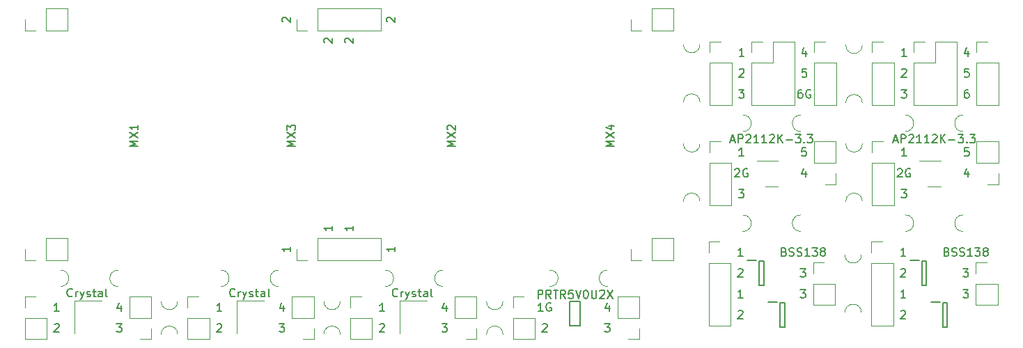
<source format=gbr>
%TF.GenerationSoftware,KiCad,Pcbnew,(6.0.2)*%
%TF.CreationDate,2022-03-21T22:00:24-04:00*%
%TF.ProjectId,Panel_Design_3,50616e65-6c5f-4446-9573-69676e5f332e,rev?*%
%TF.SameCoordinates,Original*%
%TF.FileFunction,Legend,Top*%
%TF.FilePolarity,Positive*%
%FSLAX46Y46*%
G04 Gerber Fmt 4.6, Leading zero omitted, Abs format (unit mm)*
G04 Created by KiCad (PCBNEW (6.0.2)) date 2022-03-21 22:00:24*
%MOMM*%
%LPD*%
G01*
G04 APERTURE LIST*
%ADD10C,0.150000*%
%ADD11C,0.100000*%
%ADD12C,0.120000*%
%ADD13C,0.200000*%
G04 APERTURE END LIST*
D10*
X137505714Y-62572381D02*
X136934285Y-62572381D01*
X137220000Y-62572381D02*
X137220000Y-61572381D01*
X137124761Y-61715239D01*
X137029523Y-61810477D01*
X136934285Y-61858096D01*
X144506666Y-61572381D02*
X145125714Y-61572381D01*
X144792380Y-61953334D01*
X144935238Y-61953334D01*
X145030476Y-62000953D01*
X145078095Y-62048572D01*
X145125714Y-62143810D01*
X145125714Y-62381905D01*
X145078095Y-62477143D01*
X145030476Y-62524762D01*
X144935238Y-62572381D01*
X144649523Y-62572381D01*
X144554285Y-62524762D01*
X144506666Y-62477143D01*
X137505714Y-57492381D02*
X136934285Y-57492381D01*
X137220000Y-57492381D02*
X137220000Y-56492381D01*
X137124761Y-56635239D01*
X137029523Y-56730477D01*
X136934285Y-56778096D01*
X136934285Y-59127620D02*
X136981904Y-59080001D01*
X137077142Y-59032381D01*
X137315238Y-59032381D01*
X137410476Y-59080001D01*
X137458095Y-59127620D01*
X137505714Y-59222858D01*
X137505714Y-59318096D01*
X137458095Y-59460953D01*
X136886666Y-60032381D01*
X137505714Y-60032381D01*
X144506666Y-59032381D02*
X145125714Y-59032381D01*
X144792380Y-59413334D01*
X144935238Y-59413334D01*
X145030476Y-59460953D01*
X145078095Y-59508572D01*
X145125714Y-59603810D01*
X145125714Y-59841905D01*
X145078095Y-59937143D01*
X145030476Y-59984762D01*
X144935238Y-60032381D01*
X144649523Y-60032381D01*
X144554285Y-59984762D01*
X144506666Y-59937143D01*
X136934285Y-64207620D02*
X136981904Y-64160001D01*
X137077142Y-64112381D01*
X137315238Y-64112381D01*
X137410476Y-64160001D01*
X137458095Y-64207620D01*
X137505714Y-64302858D01*
X137505714Y-64398096D01*
X137458095Y-64540953D01*
X136886666Y-65112381D01*
X137505714Y-65112381D01*
X145188095Y-44332380D02*
X144711904Y-44332380D01*
X144664285Y-44808571D01*
X144711904Y-44760952D01*
X144807142Y-44713333D01*
X145045238Y-44713333D01*
X145140476Y-44760952D01*
X145188095Y-44808571D01*
X145235714Y-44903809D01*
X145235714Y-45141904D01*
X145188095Y-45237142D01*
X145140476Y-45284761D01*
X145045238Y-45332380D01*
X144807142Y-45332380D01*
X144711904Y-45284761D01*
X144664285Y-45237142D01*
X136544285Y-46967619D02*
X136591904Y-46920000D01*
X136687142Y-46872380D01*
X136925238Y-46872380D01*
X137020476Y-46920000D01*
X137068095Y-46967619D01*
X137115714Y-47062857D01*
X137115714Y-47158095D01*
X137068095Y-47300952D01*
X136496666Y-47872380D01*
X137115714Y-47872380D01*
X138068095Y-46920000D02*
X137972857Y-46872380D01*
X137830000Y-46872380D01*
X137687142Y-46920000D01*
X137591904Y-47015238D01*
X137544285Y-47110476D01*
X137496666Y-47300952D01*
X137496666Y-47443809D01*
X137544285Y-47634285D01*
X137591904Y-47729523D01*
X137687142Y-47824761D01*
X137830000Y-47872380D01*
X137925238Y-47872380D01*
X138068095Y-47824761D01*
X138115714Y-47777142D01*
X138115714Y-47443809D01*
X137925238Y-47443809D01*
X145140476Y-47205714D02*
X145140476Y-47872380D01*
X144902380Y-46824761D02*
X144664285Y-47539047D01*
X145283333Y-47539047D01*
X137615714Y-45332380D02*
X137044285Y-45332380D01*
X137330000Y-45332380D02*
X137330000Y-44332380D01*
X137234761Y-44475238D01*
X137139523Y-44570476D01*
X137044285Y-44618095D01*
X136996666Y-49412380D02*
X137615714Y-49412380D01*
X137282380Y-49793333D01*
X137425238Y-49793333D01*
X137520476Y-49840952D01*
X137568095Y-49888571D01*
X137615714Y-49983809D01*
X137615714Y-50221904D01*
X137568095Y-50317142D01*
X137520476Y-50364761D01*
X137425238Y-50412380D01*
X137139523Y-50412380D01*
X137044285Y-50364761D01*
X136996666Y-50317142D01*
X74155714Y-64192380D02*
X73584285Y-64192380D01*
X73870000Y-64192380D02*
X73870000Y-63192380D01*
X73774761Y-63335238D01*
X73679523Y-63430476D01*
X73584285Y-63478095D01*
X81156666Y-65732380D02*
X81775714Y-65732380D01*
X81442380Y-66113333D01*
X81585238Y-66113333D01*
X81680476Y-66160952D01*
X81728095Y-66208571D01*
X81775714Y-66303809D01*
X81775714Y-66541904D01*
X81728095Y-66637142D01*
X81680476Y-66684761D01*
X81585238Y-66732380D01*
X81299523Y-66732380D01*
X81204285Y-66684761D01*
X81156666Y-66637142D01*
X81680476Y-63525714D02*
X81680476Y-64192380D01*
X81442380Y-63144761D02*
X81204285Y-63859047D01*
X81823333Y-63859047D01*
X73584285Y-65827619D02*
X73631904Y-65780000D01*
X73727142Y-65732380D01*
X73965238Y-65732380D01*
X74060476Y-65780000D01*
X74108095Y-65827619D01*
X74155714Y-65922857D01*
X74155714Y-66018095D01*
X74108095Y-66160952D01*
X73536666Y-66732380D01*
X74155714Y-66732380D01*
X54375714Y-64192380D02*
X53804285Y-64192380D01*
X54090000Y-64192380D02*
X54090000Y-63192380D01*
X53994761Y-63335238D01*
X53899523Y-63430476D01*
X53804285Y-63478095D01*
X61376666Y-65732380D02*
X61995714Y-65732380D01*
X61662380Y-66113333D01*
X61805238Y-66113333D01*
X61900476Y-66160952D01*
X61948095Y-66208571D01*
X61995714Y-66303809D01*
X61995714Y-66541904D01*
X61948095Y-66637142D01*
X61900476Y-66684761D01*
X61805238Y-66732380D01*
X61519523Y-66732380D01*
X61424285Y-66684761D01*
X61376666Y-66637142D01*
X61900476Y-63525714D02*
X61900476Y-64192380D01*
X61662380Y-63144761D02*
X61424285Y-63859047D01*
X62043333Y-63859047D01*
X53804285Y-65827619D02*
X53851904Y-65780000D01*
X53947142Y-65732380D01*
X54185238Y-65732380D01*
X54280476Y-65780000D01*
X54328095Y-65827619D01*
X54375714Y-65922857D01*
X54375714Y-66018095D01*
X54328095Y-66160952D01*
X53756666Y-66732380D01*
X54375714Y-66732380D01*
X93364285Y-65827619D02*
X93411904Y-65780000D01*
X93507142Y-65732380D01*
X93745238Y-65732380D01*
X93840476Y-65780000D01*
X93888095Y-65827619D01*
X93935714Y-65922857D01*
X93935714Y-66018095D01*
X93888095Y-66160952D01*
X93316666Y-66732380D01*
X93935714Y-66732380D01*
X93435714Y-64192380D02*
X92864285Y-64192380D01*
X93150000Y-64192380D02*
X93150000Y-63192380D01*
X93054761Y-63335238D01*
X92959523Y-63430476D01*
X92864285Y-63478095D01*
X94388095Y-63240000D02*
X94292857Y-63192380D01*
X94150000Y-63192380D01*
X94007142Y-63240000D01*
X93911904Y-63335238D01*
X93864285Y-63430476D01*
X93816666Y-63620952D01*
X93816666Y-63763809D01*
X93864285Y-63954285D01*
X93911904Y-64049523D01*
X94007142Y-64144761D01*
X94150000Y-64192380D01*
X94245238Y-64192380D01*
X94388095Y-64144761D01*
X94435714Y-64097142D01*
X94435714Y-63763809D01*
X94245238Y-63763809D01*
X34024285Y-65827619D02*
X34071904Y-65780000D01*
X34167142Y-65732380D01*
X34405238Y-65732380D01*
X34500476Y-65780000D01*
X34548095Y-65827619D01*
X34595714Y-65922857D01*
X34595714Y-66018095D01*
X34548095Y-66160952D01*
X33976666Y-66732380D01*
X34595714Y-66732380D01*
X69447619Y-31545714D02*
X69400000Y-31498095D01*
X69352380Y-31402857D01*
X69352380Y-31164761D01*
X69400000Y-31069523D01*
X69447619Y-31021904D01*
X69542857Y-30974285D01*
X69638095Y-30974285D01*
X69780952Y-31021904D01*
X70352380Y-31593333D01*
X70352380Y-30974285D01*
X145188096Y-34712379D02*
X144711905Y-34712379D01*
X144664286Y-35188570D01*
X144711905Y-35140951D01*
X144807143Y-35093332D01*
X145045239Y-35093332D01*
X145140477Y-35140951D01*
X145188096Y-35188570D01*
X145235715Y-35283808D01*
X145235715Y-35521903D01*
X145188096Y-35617141D01*
X145140477Y-35664760D01*
X145045239Y-35712379D01*
X144807143Y-35712379D01*
X144711905Y-35664760D01*
X144664286Y-35617141D01*
X100936666Y-65732380D02*
X101555714Y-65732380D01*
X101222380Y-66113333D01*
X101365238Y-66113333D01*
X101460476Y-66160952D01*
X101508095Y-66208571D01*
X101555714Y-66303809D01*
X101555714Y-66541904D01*
X101508095Y-66637142D01*
X101460476Y-66684761D01*
X101365238Y-66732380D01*
X101079523Y-66732380D01*
X100984285Y-66684761D01*
X100936666Y-66637142D01*
X42120476Y-63525714D02*
X42120476Y-64192380D01*
X41882380Y-63144761D02*
X41644285Y-63859047D01*
X42263333Y-63859047D01*
X75402380Y-56374285D02*
X75402380Y-56945714D01*
X75402380Y-56660000D02*
X74402380Y-56660000D01*
X74545238Y-56755238D01*
X74640476Y-56850476D01*
X74688095Y-56945714D01*
X117304285Y-34807619D02*
X117351904Y-34760000D01*
X117447142Y-34712380D01*
X117685238Y-34712380D01*
X117780476Y-34760000D01*
X117828095Y-34807619D01*
X117875714Y-34902857D01*
X117875714Y-34998095D01*
X117828095Y-35140952D01*
X117256666Y-35712380D01*
X117875714Y-35712380D01*
X101460476Y-63525714D02*
X101460476Y-64192380D01*
X101222380Y-63144761D02*
X100984285Y-63859047D01*
X101603333Y-63859047D01*
X70322380Y-53834285D02*
X70322380Y-54405714D01*
X70322380Y-54120000D02*
X69322380Y-54120000D01*
X69465238Y-54215238D01*
X69560476Y-54310476D01*
X69608095Y-54405714D01*
X137615715Y-33172379D02*
X137044286Y-33172379D01*
X137330001Y-33172379D02*
X137330001Y-32172379D01*
X137234762Y-32315237D01*
X137139524Y-32410475D01*
X137044286Y-32458094D01*
X62702380Y-56374285D02*
X62702380Y-56945714D01*
X62702380Y-56660000D02*
X61702380Y-56660000D01*
X61845238Y-56755238D01*
X61940476Y-56850476D01*
X61988095Y-56945714D01*
X137044286Y-34807618D02*
X137091905Y-34759999D01*
X137187143Y-34712379D01*
X137425239Y-34712379D01*
X137520477Y-34759999D01*
X137568096Y-34807618D01*
X137615715Y-34902856D01*
X137615715Y-34998094D01*
X137568096Y-35140951D01*
X136996667Y-35712379D01*
X137615715Y-35712379D01*
X66907619Y-31545714D02*
X66860000Y-31498095D01*
X66812380Y-31402857D01*
X66812380Y-31164761D01*
X66860000Y-31069523D01*
X66907619Y-31021904D01*
X67002857Y-30974285D01*
X67098095Y-30974285D01*
X67240952Y-31021904D01*
X67812380Y-31593333D01*
X67812380Y-30974285D01*
X125448095Y-34712380D02*
X124971904Y-34712380D01*
X124924285Y-35188571D01*
X124971904Y-35140952D01*
X125067142Y-35093333D01*
X125305238Y-35093333D01*
X125400476Y-35140952D01*
X125448095Y-35188571D01*
X125495714Y-35283809D01*
X125495714Y-35521904D01*
X125448095Y-35617142D01*
X125400476Y-35664761D01*
X125305238Y-35712380D01*
X125067142Y-35712380D01*
X124971904Y-35664761D01*
X124924285Y-35617142D01*
X74497619Y-29005714D02*
X74450000Y-28958095D01*
X74402380Y-28862857D01*
X74402380Y-28624761D01*
X74450000Y-28529523D01*
X74497619Y-28481904D01*
X74592857Y-28434285D01*
X74688095Y-28434285D01*
X74830952Y-28481904D01*
X75402380Y-29053333D01*
X75402380Y-28434285D01*
X41596666Y-65732380D02*
X42215714Y-65732380D01*
X41882380Y-66113333D01*
X42025238Y-66113333D01*
X42120476Y-66160952D01*
X42168095Y-66208571D01*
X42215714Y-66303809D01*
X42215714Y-66541904D01*
X42168095Y-66637142D01*
X42120476Y-66684761D01*
X42025238Y-66732380D01*
X41739523Y-66732380D01*
X41644285Y-66684761D01*
X41596666Y-66637142D01*
X117875714Y-33172380D02*
X117304285Y-33172380D01*
X117590000Y-33172380D02*
X117590000Y-32172380D01*
X117494761Y-32315238D01*
X117399523Y-32410476D01*
X117304285Y-32458095D01*
X124900476Y-37252380D02*
X124710000Y-37252380D01*
X124614761Y-37300000D01*
X124567142Y-37347619D01*
X124471904Y-37490476D01*
X124424285Y-37680952D01*
X124424285Y-38061904D01*
X124471904Y-38157142D01*
X124519523Y-38204761D01*
X124614761Y-38252380D01*
X124805238Y-38252380D01*
X124900476Y-38204761D01*
X124948095Y-38157142D01*
X124995714Y-38061904D01*
X124995714Y-37823809D01*
X124948095Y-37728571D01*
X124900476Y-37680952D01*
X124805238Y-37633333D01*
X124614761Y-37633333D01*
X124519523Y-37680952D01*
X124471904Y-37728571D01*
X124424285Y-37823809D01*
X125948095Y-37300000D02*
X125852857Y-37252380D01*
X125710000Y-37252380D01*
X125567142Y-37300000D01*
X125471904Y-37395238D01*
X125424285Y-37490476D01*
X125376666Y-37680952D01*
X125376666Y-37823809D01*
X125424285Y-38014285D01*
X125471904Y-38109523D01*
X125567142Y-38204761D01*
X125710000Y-38252380D01*
X125805238Y-38252380D01*
X125948095Y-38204761D01*
X125995714Y-38157142D01*
X125995714Y-37823809D01*
X125805238Y-37823809D01*
X117256666Y-37252380D02*
X117875714Y-37252380D01*
X117542380Y-37633333D01*
X117685238Y-37633333D01*
X117780476Y-37680952D01*
X117828095Y-37728571D01*
X117875714Y-37823809D01*
X117875714Y-38061904D01*
X117828095Y-38157142D01*
X117780476Y-38204761D01*
X117685238Y-38252380D01*
X117399523Y-38252380D01*
X117304285Y-38204761D01*
X117256666Y-38157142D01*
X136996667Y-37252379D02*
X137615715Y-37252379D01*
X137282381Y-37633332D01*
X137425239Y-37633332D01*
X137520477Y-37680951D01*
X137568096Y-37728570D01*
X137615715Y-37823808D01*
X137615715Y-38061903D01*
X137568096Y-38157141D01*
X137520477Y-38204760D01*
X137425239Y-38252379D01*
X137139524Y-38252379D01*
X137044286Y-38204760D01*
X136996667Y-38157141D01*
X145140477Y-37252379D02*
X144950001Y-37252379D01*
X144854762Y-37299999D01*
X144807143Y-37347618D01*
X144711905Y-37490475D01*
X144664286Y-37680951D01*
X144664286Y-38061903D01*
X144711905Y-38157141D01*
X144759524Y-38204760D01*
X144854762Y-38252379D01*
X145045239Y-38252379D01*
X145140477Y-38204760D01*
X145188096Y-38157141D01*
X145235715Y-38061903D01*
X145235715Y-37823808D01*
X145188096Y-37728570D01*
X145140477Y-37680951D01*
X145045239Y-37633332D01*
X144854762Y-37633332D01*
X144759524Y-37680951D01*
X144711905Y-37728570D01*
X144664286Y-37823808D01*
X67782380Y-53834285D02*
X67782380Y-54405714D01*
X67782380Y-54120000D02*
X66782380Y-54120000D01*
X66925238Y-54215238D01*
X67020476Y-54310476D01*
X67068095Y-54405714D01*
X61797619Y-29005714D02*
X61750000Y-28958095D01*
X61702380Y-28862857D01*
X61702380Y-28624761D01*
X61750000Y-28529523D01*
X61797619Y-28481904D01*
X61892857Y-28434285D01*
X61988095Y-28434285D01*
X62130952Y-28481904D01*
X62702380Y-29053333D01*
X62702380Y-28434285D01*
X145140477Y-32505713D02*
X145140477Y-33172379D01*
X144902381Y-32124760D02*
X144664286Y-32839046D01*
X145283334Y-32839046D01*
X34595714Y-64192380D02*
X34024285Y-64192380D01*
X34310000Y-64192380D02*
X34310000Y-63192380D01*
X34214761Y-63335238D01*
X34119523Y-63430476D01*
X34024285Y-63478095D01*
X125400476Y-32505714D02*
X125400476Y-33172380D01*
X125162380Y-32124761D02*
X124924285Y-32839047D01*
X125543333Y-32839047D01*
X125360476Y-47205714D02*
X125360476Y-47872380D01*
X125122380Y-46824761D02*
X124884285Y-47539047D01*
X125503333Y-47539047D01*
X117835714Y-45332380D02*
X117264285Y-45332380D01*
X117550000Y-45332380D02*
X117550000Y-44332380D01*
X117454761Y-44475238D01*
X117359523Y-44570476D01*
X117264285Y-44618095D01*
X125408095Y-44332380D02*
X124931904Y-44332380D01*
X124884285Y-44808571D01*
X124931904Y-44760952D01*
X125027142Y-44713333D01*
X125265238Y-44713333D01*
X125360476Y-44760952D01*
X125408095Y-44808571D01*
X125455714Y-44903809D01*
X125455714Y-45141904D01*
X125408095Y-45237142D01*
X125360476Y-45284761D01*
X125265238Y-45332380D01*
X125027142Y-45332380D01*
X124931904Y-45284761D01*
X124884285Y-45237142D01*
X116764285Y-46967619D02*
X116811904Y-46920000D01*
X116907142Y-46872380D01*
X117145238Y-46872380D01*
X117240476Y-46920000D01*
X117288095Y-46967619D01*
X117335714Y-47062857D01*
X117335714Y-47158095D01*
X117288095Y-47300952D01*
X116716666Y-47872380D01*
X117335714Y-47872380D01*
X118288095Y-46920000D02*
X118192857Y-46872380D01*
X118050000Y-46872380D01*
X117907142Y-46920000D01*
X117811904Y-47015238D01*
X117764285Y-47110476D01*
X117716666Y-47300952D01*
X117716666Y-47443809D01*
X117764285Y-47634285D01*
X117811904Y-47729523D01*
X117907142Y-47824761D01*
X118050000Y-47872380D01*
X118145238Y-47872380D01*
X118288095Y-47824761D01*
X118335714Y-47777142D01*
X118335714Y-47443809D01*
X118145238Y-47443809D01*
X124726666Y-59032381D02*
X125345714Y-59032381D01*
X125012380Y-59413334D01*
X125155238Y-59413334D01*
X125250476Y-59460953D01*
X125298095Y-59508572D01*
X125345714Y-59603810D01*
X125345714Y-59841905D01*
X125298095Y-59937143D01*
X125250476Y-59984762D01*
X125155238Y-60032381D01*
X124869523Y-60032381D01*
X124774285Y-59984762D01*
X124726666Y-59937143D01*
X117154285Y-59127620D02*
X117201904Y-59080001D01*
X117297142Y-59032381D01*
X117535238Y-59032381D01*
X117630476Y-59080001D01*
X117678095Y-59127620D01*
X117725714Y-59222858D01*
X117725714Y-59318096D01*
X117678095Y-59460953D01*
X117106666Y-60032381D01*
X117725714Y-60032381D01*
X117725714Y-57492381D02*
X117154285Y-57492381D01*
X117440000Y-57492381D02*
X117440000Y-56492381D01*
X117344761Y-56635239D01*
X117249523Y-56730477D01*
X117154285Y-56778096D01*
X124726666Y-61572381D02*
X125345714Y-61572381D01*
X125012380Y-61953334D01*
X125155238Y-61953334D01*
X125250476Y-62000953D01*
X125298095Y-62048572D01*
X125345714Y-62143810D01*
X125345714Y-62381905D01*
X125298095Y-62477143D01*
X125250476Y-62524762D01*
X125155238Y-62572381D01*
X124869523Y-62572381D01*
X124774285Y-62524762D01*
X124726666Y-62477143D01*
X117725714Y-62572381D02*
X117154285Y-62572381D01*
X117440000Y-62572381D02*
X117440000Y-61572381D01*
X117344761Y-61715239D01*
X117249523Y-61810477D01*
X117154285Y-61858096D01*
X117216666Y-49412380D02*
X117835714Y-49412380D01*
X117502380Y-49793333D01*
X117645238Y-49793333D01*
X117740476Y-49840952D01*
X117788095Y-49888571D01*
X117835714Y-49983809D01*
X117835714Y-50221904D01*
X117788095Y-50317142D01*
X117740476Y-50364761D01*
X117645238Y-50412380D01*
X117359523Y-50412380D01*
X117264285Y-50364761D01*
X117216666Y-50317142D01*
X117154285Y-64207620D02*
X117201904Y-64160001D01*
X117297142Y-64112381D01*
X117535238Y-64112381D01*
X117630476Y-64160001D01*
X117678095Y-64207620D01*
X117725714Y-64302858D01*
X117725714Y-64398096D01*
X117678095Y-64540953D01*
X117106666Y-65112381D01*
X117725714Y-65112381D01*
%TO.C,IC4*%
X142530476Y-56968572D02*
X142673333Y-57016191D01*
X142720952Y-57063810D01*
X142768571Y-57159048D01*
X142768571Y-57301905D01*
X142720952Y-57397143D01*
X142673333Y-57444762D01*
X142578095Y-57492381D01*
X142197142Y-57492381D01*
X142197142Y-56492381D01*
X142530476Y-56492381D01*
X142625714Y-56540001D01*
X142673333Y-56587620D01*
X142720952Y-56682858D01*
X142720952Y-56778096D01*
X142673333Y-56873334D01*
X142625714Y-56920953D01*
X142530476Y-56968572D01*
X142197142Y-56968572D01*
X143149523Y-57444762D02*
X143292380Y-57492381D01*
X143530476Y-57492381D01*
X143625714Y-57444762D01*
X143673333Y-57397143D01*
X143720952Y-57301905D01*
X143720952Y-57206667D01*
X143673333Y-57111429D01*
X143625714Y-57063810D01*
X143530476Y-57016191D01*
X143340000Y-56968572D01*
X143244761Y-56920953D01*
X143197142Y-56873334D01*
X143149523Y-56778096D01*
X143149523Y-56682858D01*
X143197142Y-56587620D01*
X143244761Y-56540001D01*
X143340000Y-56492381D01*
X143578095Y-56492381D01*
X143720952Y-56540001D01*
X144101904Y-57444762D02*
X144244761Y-57492381D01*
X144482857Y-57492381D01*
X144578095Y-57444762D01*
X144625714Y-57397143D01*
X144673333Y-57301905D01*
X144673333Y-57206667D01*
X144625714Y-57111429D01*
X144578095Y-57063810D01*
X144482857Y-57016191D01*
X144292380Y-56968572D01*
X144197142Y-56920953D01*
X144149523Y-56873334D01*
X144101904Y-56778096D01*
X144101904Y-56682858D01*
X144149523Y-56587620D01*
X144197142Y-56540001D01*
X144292380Y-56492381D01*
X144530476Y-56492381D01*
X144673333Y-56540001D01*
X145625714Y-57492381D02*
X145054285Y-57492381D01*
X145340000Y-57492381D02*
X145340000Y-56492381D01*
X145244761Y-56635239D01*
X145149523Y-56730477D01*
X145054285Y-56778096D01*
X145959047Y-56492381D02*
X146578095Y-56492381D01*
X146244761Y-56873334D01*
X146387619Y-56873334D01*
X146482857Y-56920953D01*
X146530476Y-56968572D01*
X146578095Y-57063810D01*
X146578095Y-57301905D01*
X146530476Y-57397143D01*
X146482857Y-57444762D01*
X146387619Y-57492381D01*
X146101904Y-57492381D01*
X146006666Y-57444762D01*
X145959047Y-57397143D01*
X147149523Y-56920953D02*
X147054285Y-56873334D01*
X147006666Y-56825715D01*
X146959047Y-56730477D01*
X146959047Y-56682858D01*
X147006666Y-56587620D01*
X147054285Y-56540001D01*
X147149523Y-56492381D01*
X147340000Y-56492381D01*
X147435238Y-56540001D01*
X147482857Y-56587620D01*
X147530476Y-56682858D01*
X147530476Y-56730477D01*
X147482857Y-56825715D01*
X147435238Y-56873334D01*
X147340000Y-56920953D01*
X147149523Y-56920953D01*
X147054285Y-56968572D01*
X147006666Y-57016191D01*
X146959047Y-57111429D01*
X146959047Y-57301905D01*
X147006666Y-57397143D01*
X147054285Y-57444762D01*
X147149523Y-57492381D01*
X147340000Y-57492381D01*
X147435238Y-57444762D01*
X147482857Y-57397143D01*
X147530476Y-57301905D01*
X147530476Y-57111429D01*
X147482857Y-57016191D01*
X147435238Y-56968572D01*
X147340000Y-56920953D01*
%TO.C,U4*%
X136057619Y-43426666D02*
X136533809Y-43426666D01*
X135962380Y-43712380D02*
X136295714Y-42712380D01*
X136629047Y-43712380D01*
X136962380Y-43712380D02*
X136962380Y-42712380D01*
X137343333Y-42712380D01*
X137438571Y-42760000D01*
X137486190Y-42807619D01*
X137533809Y-42902857D01*
X137533809Y-43045714D01*
X137486190Y-43140952D01*
X137438571Y-43188571D01*
X137343333Y-43236190D01*
X136962380Y-43236190D01*
X137914761Y-42807619D02*
X137962380Y-42760000D01*
X138057619Y-42712380D01*
X138295714Y-42712380D01*
X138390952Y-42760000D01*
X138438571Y-42807619D01*
X138486190Y-42902857D01*
X138486190Y-42998095D01*
X138438571Y-43140952D01*
X137867142Y-43712380D01*
X138486190Y-43712380D01*
X139438571Y-43712380D02*
X138867142Y-43712380D01*
X139152857Y-43712380D02*
X139152857Y-42712380D01*
X139057619Y-42855238D01*
X138962380Y-42950476D01*
X138867142Y-42998095D01*
X140390952Y-43712380D02*
X139819523Y-43712380D01*
X140105238Y-43712380D02*
X140105238Y-42712380D01*
X140010000Y-42855238D01*
X139914761Y-42950476D01*
X139819523Y-42998095D01*
X140771904Y-42807619D02*
X140819523Y-42760000D01*
X140914761Y-42712380D01*
X141152857Y-42712380D01*
X141248095Y-42760000D01*
X141295714Y-42807619D01*
X141343333Y-42902857D01*
X141343333Y-42998095D01*
X141295714Y-43140952D01*
X140724285Y-43712380D01*
X141343333Y-43712380D01*
X141771904Y-43712380D02*
X141771904Y-42712380D01*
X142343333Y-43712380D02*
X141914761Y-43140952D01*
X142343333Y-42712380D02*
X141771904Y-43283809D01*
X142771904Y-43331428D02*
X143533809Y-43331428D01*
X143914761Y-42712380D02*
X144533809Y-42712380D01*
X144200476Y-43093333D01*
X144343333Y-43093333D01*
X144438571Y-43140952D01*
X144486190Y-43188571D01*
X144533809Y-43283809D01*
X144533809Y-43521904D01*
X144486190Y-43617142D01*
X144438571Y-43664761D01*
X144343333Y-43712380D01*
X144057619Y-43712380D01*
X143962380Y-43664761D01*
X143914761Y-43617142D01*
X144962380Y-43617142D02*
X145010000Y-43664761D01*
X144962380Y-43712380D01*
X144914761Y-43664761D01*
X144962380Y-43617142D01*
X144962380Y-43712380D01*
X145343333Y-42712380D02*
X145962380Y-42712380D01*
X145629047Y-43093333D01*
X145771904Y-43093333D01*
X145867142Y-43140952D01*
X145914761Y-43188571D01*
X145962380Y-43283809D01*
X145962380Y-43521904D01*
X145914761Y-43617142D01*
X145867142Y-43664761D01*
X145771904Y-43712380D01*
X145486190Y-43712380D01*
X145390952Y-43664761D01*
X145343333Y-43617142D01*
%TO.C,Y3*%
X75764285Y-62357142D02*
X75716666Y-62404761D01*
X75573809Y-62452380D01*
X75478571Y-62452380D01*
X75335714Y-62404761D01*
X75240476Y-62309523D01*
X75192857Y-62214285D01*
X75145238Y-62023809D01*
X75145238Y-61880952D01*
X75192857Y-61690476D01*
X75240476Y-61595238D01*
X75335714Y-61500000D01*
X75478571Y-61452380D01*
X75573809Y-61452380D01*
X75716666Y-61500000D01*
X75764285Y-61547619D01*
X76192857Y-62452380D02*
X76192857Y-61785714D01*
X76192857Y-61976190D02*
X76240476Y-61880952D01*
X76288095Y-61833333D01*
X76383333Y-61785714D01*
X76478571Y-61785714D01*
X76716666Y-61785714D02*
X76954761Y-62452380D01*
X77192857Y-61785714D02*
X76954761Y-62452380D01*
X76859523Y-62690476D01*
X76811904Y-62738095D01*
X76716666Y-62785714D01*
X77526190Y-62404761D02*
X77621428Y-62452380D01*
X77811904Y-62452380D01*
X77907142Y-62404761D01*
X77954761Y-62309523D01*
X77954761Y-62261904D01*
X77907142Y-62166666D01*
X77811904Y-62119047D01*
X77669047Y-62119047D01*
X77573809Y-62071428D01*
X77526190Y-61976190D01*
X77526190Y-61928571D01*
X77573809Y-61833333D01*
X77669047Y-61785714D01*
X77811904Y-61785714D01*
X77907142Y-61833333D01*
X78240476Y-61785714D02*
X78621428Y-61785714D01*
X78383333Y-61452380D02*
X78383333Y-62309523D01*
X78430952Y-62404761D01*
X78526190Y-62452380D01*
X78621428Y-62452380D01*
X79383333Y-62452380D02*
X79383333Y-61928571D01*
X79335714Y-61833333D01*
X79240476Y-61785714D01*
X79050000Y-61785714D01*
X78954761Y-61833333D01*
X79383333Y-62404761D02*
X79288095Y-62452380D01*
X79050000Y-62452380D01*
X78954761Y-62404761D01*
X78907142Y-62309523D01*
X78907142Y-62214285D01*
X78954761Y-62119047D01*
X79050000Y-62071428D01*
X79288095Y-62071428D01*
X79383333Y-62023809D01*
X80002380Y-62452380D02*
X79907142Y-62404761D01*
X79859523Y-62309523D01*
X79859523Y-61452380D01*
%TO.C,Y2*%
X55984285Y-62357142D02*
X55936666Y-62404761D01*
X55793809Y-62452380D01*
X55698571Y-62452380D01*
X55555714Y-62404761D01*
X55460476Y-62309523D01*
X55412857Y-62214285D01*
X55365238Y-62023809D01*
X55365238Y-61880952D01*
X55412857Y-61690476D01*
X55460476Y-61595238D01*
X55555714Y-61500000D01*
X55698571Y-61452380D01*
X55793809Y-61452380D01*
X55936666Y-61500000D01*
X55984285Y-61547619D01*
X56412857Y-62452380D02*
X56412857Y-61785714D01*
X56412857Y-61976190D02*
X56460476Y-61880952D01*
X56508095Y-61833333D01*
X56603333Y-61785714D01*
X56698571Y-61785714D01*
X56936666Y-61785714D02*
X57174761Y-62452380D01*
X57412857Y-61785714D02*
X57174761Y-62452380D01*
X57079523Y-62690476D01*
X57031904Y-62738095D01*
X56936666Y-62785714D01*
X57746190Y-62404761D02*
X57841428Y-62452380D01*
X58031904Y-62452380D01*
X58127142Y-62404761D01*
X58174761Y-62309523D01*
X58174761Y-62261904D01*
X58127142Y-62166666D01*
X58031904Y-62119047D01*
X57889047Y-62119047D01*
X57793809Y-62071428D01*
X57746190Y-61976190D01*
X57746190Y-61928571D01*
X57793809Y-61833333D01*
X57889047Y-61785714D01*
X58031904Y-61785714D01*
X58127142Y-61833333D01*
X58460476Y-61785714D02*
X58841428Y-61785714D01*
X58603333Y-61452380D02*
X58603333Y-62309523D01*
X58650952Y-62404761D01*
X58746190Y-62452380D01*
X58841428Y-62452380D01*
X59603333Y-62452380D02*
X59603333Y-61928571D01*
X59555714Y-61833333D01*
X59460476Y-61785714D01*
X59270000Y-61785714D01*
X59174761Y-61833333D01*
X59603333Y-62404761D02*
X59508095Y-62452380D01*
X59270000Y-62452380D01*
X59174761Y-62404761D01*
X59127142Y-62309523D01*
X59127142Y-62214285D01*
X59174761Y-62119047D01*
X59270000Y-62071428D01*
X59508095Y-62071428D01*
X59603333Y-62023809D01*
X60222380Y-62452380D02*
X60127142Y-62404761D01*
X60079523Y-62309523D01*
X60079523Y-61452380D01*
%TO.C,U3*%
X92830000Y-62642380D02*
X92830000Y-61642380D01*
X93210952Y-61642380D01*
X93306190Y-61690000D01*
X93353809Y-61737619D01*
X93401428Y-61832857D01*
X93401428Y-61975714D01*
X93353809Y-62070952D01*
X93306190Y-62118571D01*
X93210952Y-62166190D01*
X92830000Y-62166190D01*
X94401428Y-62642380D02*
X94068095Y-62166190D01*
X93830000Y-62642380D02*
X93830000Y-61642380D01*
X94210952Y-61642380D01*
X94306190Y-61690000D01*
X94353809Y-61737619D01*
X94401428Y-61832857D01*
X94401428Y-61975714D01*
X94353809Y-62070952D01*
X94306190Y-62118571D01*
X94210952Y-62166190D01*
X93830000Y-62166190D01*
X94687142Y-61642380D02*
X95258571Y-61642380D01*
X94972857Y-62642380D02*
X94972857Y-61642380D01*
X96163333Y-62642380D02*
X95830000Y-62166190D01*
X95591904Y-62642380D02*
X95591904Y-61642380D01*
X95972857Y-61642380D01*
X96068095Y-61690000D01*
X96115714Y-61737619D01*
X96163333Y-61832857D01*
X96163333Y-61975714D01*
X96115714Y-62070952D01*
X96068095Y-62118571D01*
X95972857Y-62166190D01*
X95591904Y-62166190D01*
X97068095Y-61642380D02*
X96591904Y-61642380D01*
X96544285Y-62118571D01*
X96591904Y-62070952D01*
X96687142Y-62023333D01*
X96925238Y-62023333D01*
X97020476Y-62070952D01*
X97068095Y-62118571D01*
X97115714Y-62213809D01*
X97115714Y-62451904D01*
X97068095Y-62547142D01*
X97020476Y-62594761D01*
X96925238Y-62642380D01*
X96687142Y-62642380D01*
X96591904Y-62594761D01*
X96544285Y-62547142D01*
X97401428Y-61642380D02*
X97734761Y-62642380D01*
X98068095Y-61642380D01*
X98591904Y-61642380D02*
X98687142Y-61642380D01*
X98782380Y-61690000D01*
X98830000Y-61737619D01*
X98877619Y-61832857D01*
X98925238Y-62023333D01*
X98925238Y-62261428D01*
X98877619Y-62451904D01*
X98830000Y-62547142D01*
X98782380Y-62594761D01*
X98687142Y-62642380D01*
X98591904Y-62642380D01*
X98496666Y-62594761D01*
X98449047Y-62547142D01*
X98401428Y-62451904D01*
X98353809Y-62261428D01*
X98353809Y-62023333D01*
X98401428Y-61832857D01*
X98449047Y-61737619D01*
X98496666Y-61690000D01*
X98591904Y-61642380D01*
X99353809Y-61642380D02*
X99353809Y-62451904D01*
X99401428Y-62547142D01*
X99449047Y-62594761D01*
X99544285Y-62642380D01*
X99734761Y-62642380D01*
X99830000Y-62594761D01*
X99877619Y-62547142D01*
X99925238Y-62451904D01*
X99925238Y-61642380D01*
X100353809Y-61737619D02*
X100401428Y-61690000D01*
X100496666Y-61642380D01*
X100734761Y-61642380D01*
X100830000Y-61690000D01*
X100877619Y-61737619D01*
X100925238Y-61832857D01*
X100925238Y-61928095D01*
X100877619Y-62070952D01*
X100306190Y-62642380D01*
X100925238Y-62642380D01*
X101258571Y-61642380D02*
X101925238Y-62642380D01*
X101925238Y-61642380D02*
X101258571Y-62642380D01*
%TO.C,MX1*%
X44197380Y-44165714D02*
X43197380Y-44165714D01*
X43911666Y-43832380D01*
X43197380Y-43499047D01*
X44197380Y-43499047D01*
X43197380Y-43118095D02*
X44197380Y-42451428D01*
X43197380Y-42451428D02*
X44197380Y-43118095D01*
X44197380Y-41546666D02*
X44197380Y-42118095D01*
X44197380Y-41832380D02*
X43197380Y-41832380D01*
X43340238Y-41927619D01*
X43435476Y-42022857D01*
X43483095Y-42118095D01*
%TO.C,Y1*%
X36204285Y-62357142D02*
X36156666Y-62404761D01*
X36013809Y-62452380D01*
X35918571Y-62452380D01*
X35775714Y-62404761D01*
X35680476Y-62309523D01*
X35632857Y-62214285D01*
X35585238Y-62023809D01*
X35585238Y-61880952D01*
X35632857Y-61690476D01*
X35680476Y-61595238D01*
X35775714Y-61500000D01*
X35918571Y-61452380D01*
X36013809Y-61452380D01*
X36156666Y-61500000D01*
X36204285Y-61547619D01*
X36632857Y-62452380D02*
X36632857Y-61785714D01*
X36632857Y-61976190D02*
X36680476Y-61880952D01*
X36728095Y-61833333D01*
X36823333Y-61785714D01*
X36918571Y-61785714D01*
X37156666Y-61785714D02*
X37394761Y-62452380D01*
X37632857Y-61785714D02*
X37394761Y-62452380D01*
X37299523Y-62690476D01*
X37251904Y-62738095D01*
X37156666Y-62785714D01*
X37966190Y-62404761D02*
X38061428Y-62452380D01*
X38251904Y-62452380D01*
X38347142Y-62404761D01*
X38394761Y-62309523D01*
X38394761Y-62261904D01*
X38347142Y-62166666D01*
X38251904Y-62119047D01*
X38109047Y-62119047D01*
X38013809Y-62071428D01*
X37966190Y-61976190D01*
X37966190Y-61928571D01*
X38013809Y-61833333D01*
X38109047Y-61785714D01*
X38251904Y-61785714D01*
X38347142Y-61833333D01*
X38680476Y-61785714D02*
X39061428Y-61785714D01*
X38823333Y-61452380D02*
X38823333Y-62309523D01*
X38870952Y-62404761D01*
X38966190Y-62452380D01*
X39061428Y-62452380D01*
X39823333Y-62452380D02*
X39823333Y-61928571D01*
X39775714Y-61833333D01*
X39680476Y-61785714D01*
X39490000Y-61785714D01*
X39394761Y-61833333D01*
X39823333Y-62404761D02*
X39728095Y-62452380D01*
X39490000Y-62452380D01*
X39394761Y-62404761D01*
X39347142Y-62309523D01*
X39347142Y-62214285D01*
X39394761Y-62119047D01*
X39490000Y-62071428D01*
X39728095Y-62071428D01*
X39823333Y-62023809D01*
X40442380Y-62452380D02*
X40347142Y-62404761D01*
X40299523Y-62309523D01*
X40299523Y-61452380D01*
%TO.C,MX3*%
X63337380Y-44165714D02*
X62337380Y-44165714D01*
X63051666Y-43832380D01*
X62337380Y-43499047D01*
X63337380Y-43499047D01*
X62337380Y-43118095D02*
X63337380Y-42451428D01*
X62337380Y-42451428D02*
X63337380Y-43118095D01*
X62337380Y-42165714D02*
X62337380Y-41546666D01*
X62718333Y-41880000D01*
X62718333Y-41737142D01*
X62765952Y-41641904D01*
X62813571Y-41594285D01*
X62908809Y-41546666D01*
X63146904Y-41546666D01*
X63242142Y-41594285D01*
X63289761Y-41641904D01*
X63337380Y-41737142D01*
X63337380Y-42022857D01*
X63289761Y-42118095D01*
X63242142Y-42165714D01*
%TO.C,MX2*%
X82797380Y-44165714D02*
X81797380Y-44165714D01*
X82511666Y-43832380D01*
X81797380Y-43499047D01*
X82797380Y-43499047D01*
X81797380Y-43118095D02*
X82797380Y-42451428D01*
X81797380Y-42451428D02*
X82797380Y-43118095D01*
X81892619Y-42118095D02*
X81845000Y-42070476D01*
X81797380Y-41975238D01*
X81797380Y-41737142D01*
X81845000Y-41641904D01*
X81892619Y-41594285D01*
X81987857Y-41546666D01*
X82083095Y-41546666D01*
X82225952Y-41594285D01*
X82797380Y-42165714D01*
X82797380Y-41546666D01*
%TO.C,MX4*%
X102097380Y-44165714D02*
X101097380Y-44165714D01*
X101811666Y-43832380D01*
X101097380Y-43499047D01*
X102097380Y-43499047D01*
X101097380Y-43118095D02*
X102097380Y-42451428D01*
X101097380Y-42451428D02*
X102097380Y-43118095D01*
X101430714Y-41641904D02*
X102097380Y-41641904D01*
X101049761Y-41880000D02*
X101764047Y-42118095D01*
X101764047Y-41499047D01*
%TO.C,IC2*%
X122750476Y-56968572D02*
X122893333Y-57016191D01*
X122940952Y-57063810D01*
X122988571Y-57159048D01*
X122988571Y-57301905D01*
X122940952Y-57397143D01*
X122893333Y-57444762D01*
X122798095Y-57492381D01*
X122417142Y-57492381D01*
X122417142Y-56492381D01*
X122750476Y-56492381D01*
X122845714Y-56540001D01*
X122893333Y-56587620D01*
X122940952Y-56682858D01*
X122940952Y-56778096D01*
X122893333Y-56873334D01*
X122845714Y-56920953D01*
X122750476Y-56968572D01*
X122417142Y-56968572D01*
X123369523Y-57444762D02*
X123512380Y-57492381D01*
X123750476Y-57492381D01*
X123845714Y-57444762D01*
X123893333Y-57397143D01*
X123940952Y-57301905D01*
X123940952Y-57206667D01*
X123893333Y-57111429D01*
X123845714Y-57063810D01*
X123750476Y-57016191D01*
X123560000Y-56968572D01*
X123464761Y-56920953D01*
X123417142Y-56873334D01*
X123369523Y-56778096D01*
X123369523Y-56682858D01*
X123417142Y-56587620D01*
X123464761Y-56540001D01*
X123560000Y-56492381D01*
X123798095Y-56492381D01*
X123940952Y-56540001D01*
X124321904Y-57444762D02*
X124464761Y-57492381D01*
X124702857Y-57492381D01*
X124798095Y-57444762D01*
X124845714Y-57397143D01*
X124893333Y-57301905D01*
X124893333Y-57206667D01*
X124845714Y-57111429D01*
X124798095Y-57063810D01*
X124702857Y-57016191D01*
X124512380Y-56968572D01*
X124417142Y-56920953D01*
X124369523Y-56873334D01*
X124321904Y-56778096D01*
X124321904Y-56682858D01*
X124369523Y-56587620D01*
X124417142Y-56540001D01*
X124512380Y-56492381D01*
X124750476Y-56492381D01*
X124893333Y-56540001D01*
X125845714Y-57492381D02*
X125274285Y-57492381D01*
X125560000Y-57492381D02*
X125560000Y-56492381D01*
X125464761Y-56635239D01*
X125369523Y-56730477D01*
X125274285Y-56778096D01*
X126179047Y-56492381D02*
X126798095Y-56492381D01*
X126464761Y-56873334D01*
X126607619Y-56873334D01*
X126702857Y-56920953D01*
X126750476Y-56968572D01*
X126798095Y-57063810D01*
X126798095Y-57301905D01*
X126750476Y-57397143D01*
X126702857Y-57444762D01*
X126607619Y-57492381D01*
X126321904Y-57492381D01*
X126226666Y-57444762D01*
X126179047Y-57397143D01*
X127369523Y-56920953D02*
X127274285Y-56873334D01*
X127226666Y-56825715D01*
X127179047Y-56730477D01*
X127179047Y-56682858D01*
X127226666Y-56587620D01*
X127274285Y-56540001D01*
X127369523Y-56492381D01*
X127560000Y-56492381D01*
X127655238Y-56540001D01*
X127702857Y-56587620D01*
X127750476Y-56682858D01*
X127750476Y-56730477D01*
X127702857Y-56825715D01*
X127655238Y-56873334D01*
X127560000Y-56920953D01*
X127369523Y-56920953D01*
X127274285Y-56968572D01*
X127226666Y-57016191D01*
X127179047Y-57111429D01*
X127179047Y-57301905D01*
X127226666Y-57397143D01*
X127274285Y-57444762D01*
X127369523Y-57492381D01*
X127560000Y-57492381D01*
X127655238Y-57444762D01*
X127702857Y-57397143D01*
X127750476Y-57301905D01*
X127750476Y-57111429D01*
X127702857Y-57016191D01*
X127655238Y-56968572D01*
X127560000Y-56920953D01*
%TO.C,U2*%
X116277619Y-43426666D02*
X116753809Y-43426666D01*
X116182380Y-43712380D02*
X116515714Y-42712380D01*
X116849047Y-43712380D01*
X117182380Y-43712380D02*
X117182380Y-42712380D01*
X117563333Y-42712380D01*
X117658571Y-42760000D01*
X117706190Y-42807619D01*
X117753809Y-42902857D01*
X117753809Y-43045714D01*
X117706190Y-43140952D01*
X117658571Y-43188571D01*
X117563333Y-43236190D01*
X117182380Y-43236190D01*
X118134761Y-42807619D02*
X118182380Y-42760000D01*
X118277619Y-42712380D01*
X118515714Y-42712380D01*
X118610952Y-42760000D01*
X118658571Y-42807619D01*
X118706190Y-42902857D01*
X118706190Y-42998095D01*
X118658571Y-43140952D01*
X118087142Y-43712380D01*
X118706190Y-43712380D01*
X119658571Y-43712380D02*
X119087142Y-43712380D01*
X119372857Y-43712380D02*
X119372857Y-42712380D01*
X119277619Y-42855238D01*
X119182380Y-42950476D01*
X119087142Y-42998095D01*
X120610952Y-43712380D02*
X120039523Y-43712380D01*
X120325238Y-43712380D02*
X120325238Y-42712380D01*
X120230000Y-42855238D01*
X120134761Y-42950476D01*
X120039523Y-42998095D01*
X120991904Y-42807619D02*
X121039523Y-42760000D01*
X121134761Y-42712380D01*
X121372857Y-42712380D01*
X121468095Y-42760000D01*
X121515714Y-42807619D01*
X121563333Y-42902857D01*
X121563333Y-42998095D01*
X121515714Y-43140952D01*
X120944285Y-43712380D01*
X121563333Y-43712380D01*
X121991904Y-43712380D02*
X121991904Y-42712380D01*
X122563333Y-43712380D02*
X122134761Y-43140952D01*
X122563333Y-42712380D02*
X121991904Y-43283809D01*
X122991904Y-43331428D02*
X123753809Y-43331428D01*
X124134761Y-42712380D02*
X124753809Y-42712380D01*
X124420476Y-43093333D01*
X124563333Y-43093333D01*
X124658571Y-43140952D01*
X124706190Y-43188571D01*
X124753809Y-43283809D01*
X124753809Y-43521904D01*
X124706190Y-43617142D01*
X124658571Y-43664761D01*
X124563333Y-43712380D01*
X124277619Y-43712380D01*
X124182380Y-43664761D01*
X124134761Y-43617142D01*
X125182380Y-43617142D02*
X125230000Y-43664761D01*
X125182380Y-43712380D01*
X125134761Y-43664761D01*
X125182380Y-43617142D01*
X125182380Y-43712380D01*
X125563333Y-42712380D02*
X126182380Y-42712380D01*
X125849047Y-43093333D01*
X125991904Y-43093333D01*
X126087142Y-43140952D01*
X126134761Y-43188571D01*
X126182380Y-43283809D01*
X126182380Y-43521904D01*
X126134761Y-43617142D01*
X126087142Y-43664761D01*
X125991904Y-43712380D01*
X125706190Y-43712380D01*
X125610952Y-43664761D01*
X125563333Y-43617142D01*
D11*
%TO.C,mouse-bite-2mm-slot*%
X88570000Y-67010000D02*
G75*
G03*
X86570000Y-67010000I-1000000J0D01*
G01*
X86570000Y-63010000D02*
G75*
G03*
X88570000Y-63010000I1000000J0D01*
G01*
X68790000Y-67010000D02*
G75*
G03*
X66790000Y-67010000I-1000000J0D01*
G01*
X66790000Y-63010000D02*
G75*
G03*
X68790000Y-63010000I1000000J0D01*
G01*
X130140001Y-57350001D02*
G75*
G03*
X132140001Y-57350001I1000000J0D01*
G01*
X132140001Y-64350001D02*
G75*
G03*
X130140001Y-64350001I-1000000J0D01*
G01*
X137500000Y-54500000D02*
G75*
G03*
X137500000Y-52500000I0J1000000D01*
G01*
X144500000Y-52500000D02*
G75*
G03*
X144500000Y-54500000I0J-1000000D01*
G01*
X117750000Y-54500000D02*
G75*
G03*
X117750000Y-52500000I0J1000000D01*
G01*
X124750000Y-52500000D02*
G75*
G03*
X124750000Y-54500000I0J-1000000D01*
G01*
D12*
%TO.C,J36*%
X146050000Y-59580001D02*
X146050000Y-58250001D01*
X148710000Y-60850001D02*
X148710000Y-63450001D01*
X146050000Y-60850001D02*
X148710000Y-60850001D01*
X146050000Y-58250001D02*
X147380000Y-58250001D01*
X146050000Y-63450001D02*
X148710000Y-63450001D01*
X146050000Y-60850001D02*
X146050000Y-63450001D01*
D13*
%TO.C,IC5*%
X142575000Y-66120001D02*
X142025000Y-66120001D01*
X142025000Y-63200001D02*
X142575000Y-63200001D01*
X142575000Y-63200001D02*
X142575000Y-66120001D01*
X140625000Y-63110001D02*
X141675000Y-63110001D01*
X142025000Y-66120001D02*
X142025000Y-63200001D01*
%TO.C,IC4*%
X138085000Y-58030001D02*
X139135000Y-58030001D01*
X140035000Y-61040001D02*
X139485000Y-61040001D01*
X139485000Y-58120001D02*
X140035000Y-58120001D01*
X139485000Y-61040001D02*
X139485000Y-58120001D01*
X140035000Y-58120001D02*
X140035000Y-61040001D01*
D12*
%TO.C,J35*%
X133350000Y-58310001D02*
X136010000Y-58310001D01*
X136010000Y-58310001D02*
X136010000Y-65990001D01*
X133350000Y-58310001D02*
X133350000Y-65990001D01*
X133350000Y-65990001D02*
X136010000Y-65990001D01*
X133350000Y-55710001D02*
X134680000Y-55710001D01*
X133350000Y-57040001D02*
X133350000Y-55710001D01*
D11*
%TO.C,mouse-bite-2mm-slot*%
X49010000Y-67010000D02*
G75*
G03*
X47010000Y-67010000I-1000000J0D01*
G01*
X47010000Y-63010000D02*
G75*
G03*
X49010000Y-63010000I1000000J0D01*
G01*
X130250000Y-43840000D02*
G75*
G03*
X132250000Y-43840000I1000000J0D01*
G01*
X132250000Y-50840000D02*
G75*
G03*
X130250000Y-50840000I-1000000J0D01*
G01*
D12*
%TO.C,J34*%
X148820000Y-48750000D02*
X147490000Y-48750000D01*
X148820000Y-46150000D02*
X148820000Y-43550000D01*
X148820000Y-46150000D02*
X146160000Y-46150000D01*
X148820000Y-47420000D02*
X148820000Y-48750000D01*
X148820000Y-43550000D02*
X146160000Y-43550000D01*
X146160000Y-46150000D02*
X146160000Y-43550000D01*
%TO.C,U4*%
X141010000Y-49020000D02*
X140210000Y-49020000D01*
X141010000Y-49020000D02*
X141810000Y-49020000D01*
X141010000Y-45900000D02*
X141810000Y-45900000D01*
X141010000Y-45900000D02*
X139210000Y-45900000D01*
%TO.C,J33*%
X136120000Y-46150000D02*
X136120000Y-51290000D01*
X133460000Y-51290000D02*
X136120000Y-51290000D01*
X133460000Y-46150000D02*
X136120000Y-46150000D01*
X133460000Y-46150000D02*
X133460000Y-51290000D01*
X133460000Y-44880000D02*
X133460000Y-43550000D01*
X133460000Y-43550000D02*
X134790000Y-43550000D01*
D11*
%TO.C,mouse-bite-2mm-slot*%
X112510000Y-50840000D02*
G75*
G03*
X110510000Y-50840000I-1000000J0D01*
G01*
X110510000Y-43840000D02*
G75*
G03*
X112510000Y-43840000I1000000J0D01*
G01*
X137490000Y-42340000D02*
G75*
G03*
X137490000Y-40340000I0J1000000D01*
G01*
X144490000Y-40340000D02*
G75*
G03*
X144490000Y-42340000I0J-1000000D01*
G01*
X117750000Y-42340000D02*
G75*
G03*
X117750000Y-40340000I0J1000000D01*
G01*
X124750000Y-40340000D02*
G75*
G03*
X124750000Y-42340000I0J-1000000D01*
G01*
X132250000Y-38840000D02*
G75*
G03*
X130250000Y-38840000I-1000000J0D01*
G01*
X130250000Y-31840000D02*
G75*
G03*
X132250000Y-31840000I1000000J0D01*
G01*
X112510000Y-38760000D02*
G75*
G03*
X110510000Y-38760000I-1000000J0D01*
G01*
X110510000Y-31760000D02*
G75*
G03*
X112510000Y-31760000I1000000J0D01*
G01*
D12*
%TO.C,Y3*%
X79300000Y-62900000D02*
X76000000Y-62900000D01*
X76000000Y-62900000D02*
X76000000Y-66900000D01*
%TO.C,J13*%
X82700000Y-65010000D02*
X82700000Y-62410000D01*
X85360000Y-62410000D02*
X82700000Y-62410000D01*
X85360000Y-65010000D02*
X85360000Y-62410000D01*
X85360000Y-67610000D02*
X84030000Y-67610000D01*
X85360000Y-66280000D02*
X85360000Y-67610000D01*
X85360000Y-65010000D02*
X82700000Y-65010000D01*
%TO.C,J12*%
X72660000Y-65010000D02*
X72660000Y-67610000D01*
X70000000Y-65010000D02*
X70000000Y-67610000D01*
X70000000Y-67610000D02*
X72660000Y-67610000D01*
X70000000Y-63740000D02*
X70000000Y-62410000D01*
X70000000Y-65010000D02*
X72660000Y-65010000D01*
X70000000Y-62410000D02*
X71330000Y-62410000D01*
%TO.C,Y2*%
X59520000Y-62900000D02*
X56220000Y-62900000D01*
X56220000Y-62900000D02*
X56220000Y-66900000D01*
%TO.C,J11*%
X62920000Y-65010000D02*
X62920000Y-62410000D01*
X65580000Y-62410000D02*
X62920000Y-62410000D01*
X65580000Y-65010000D02*
X65580000Y-62410000D01*
X65580000Y-67610000D02*
X64250000Y-67610000D01*
X65580000Y-66280000D02*
X65580000Y-67610000D01*
X65580000Y-65010000D02*
X62920000Y-65010000D01*
%TO.C,J8*%
X52880000Y-65010000D02*
X52880000Y-67610000D01*
X50220000Y-65010000D02*
X50220000Y-67610000D01*
X50220000Y-67610000D02*
X52880000Y-67610000D01*
X50220000Y-63740000D02*
X50220000Y-62410000D01*
X50220000Y-65010000D02*
X52880000Y-65010000D01*
X50220000Y-62410000D02*
X51550000Y-62410000D01*
D11*
%TO.C,mouse-bite-2mm-slot*%
X94270000Y-61200000D02*
G75*
G03*
X94270000Y-59200000I0J1000000D01*
G01*
X101270000Y-59200000D02*
G75*
G03*
X101270000Y-61200000I0J-1000000D01*
G01*
X74270000Y-61200000D02*
G75*
G03*
X74270000Y-59200000I0J1000000D01*
G01*
X81270000Y-59200000D02*
G75*
G03*
X81270000Y-61200000I0J-1000000D01*
G01*
X54270000Y-61200000D02*
G75*
G03*
X54270000Y-59200000I0J1000000D01*
G01*
X61270000Y-59200000D02*
G75*
G03*
X61270000Y-61200000I0J-1000000D01*
G01*
X41770000Y-59200000D02*
G75*
G03*
X41770000Y-61200000I0J-1000000D01*
G01*
X34770000Y-61200000D02*
G75*
G03*
X34770000Y-59200000I0J1000000D01*
G01*
D12*
%TO.C,J22*%
X118800000Y-32720000D02*
X118800000Y-31390000D01*
X121400000Y-33990000D02*
X121400000Y-31390000D01*
X118800000Y-39130000D02*
X124000000Y-39130000D01*
X118800000Y-33990000D02*
X121400000Y-33990000D01*
X118800000Y-33990000D02*
X118800000Y-39130000D01*
X121400000Y-31390000D02*
X124000000Y-31390000D01*
X124000000Y-31390000D02*
X124000000Y-39130000D01*
X118800000Y-31390000D02*
X120130000Y-31390000D01*
D10*
%TO.C,U3*%
X97980000Y-63040000D02*
X97980000Y-65940000D01*
X96680000Y-63040000D02*
X96680000Y-65940000D01*
X97980000Y-63040000D02*
X96680000Y-63040000D01*
X96680000Y-65940000D02*
X97980000Y-65940000D01*
D12*
%TO.C,J9*%
X66060000Y-30050000D02*
X66060000Y-27390000D01*
X66060000Y-30050000D02*
X73740000Y-30050000D01*
X63460000Y-30050000D02*
X63460000Y-28720000D01*
X64790000Y-30050000D02*
X63460000Y-30050000D01*
X73740000Y-30050000D02*
X73740000Y-27390000D01*
X66060000Y-27390000D02*
X73740000Y-27390000D01*
%TO.C,J6*%
X33100000Y-65010000D02*
X33100000Y-67610000D01*
X30440000Y-65010000D02*
X30440000Y-67610000D01*
X30440000Y-67610000D02*
X33100000Y-67610000D01*
X30440000Y-63740000D02*
X30440000Y-62410000D01*
X30440000Y-65010000D02*
X33100000Y-65010000D01*
X30440000Y-62410000D02*
X31770000Y-62410000D01*
%TO.C,J31*%
X105430000Y-57990000D02*
X104100000Y-57990000D01*
X104100000Y-57990000D02*
X104100000Y-56660000D01*
X106700000Y-55330000D02*
X109300000Y-55330000D01*
X109300000Y-57990000D02*
X109300000Y-55330000D01*
X106700000Y-57990000D02*
X109300000Y-57990000D01*
X106700000Y-57990000D02*
X106700000Y-55330000D01*
%TO.C,J30*%
X30440000Y-30050000D02*
X30440000Y-28720000D01*
X33040000Y-30050000D02*
X35640000Y-30050000D01*
X31770000Y-30050000D02*
X30440000Y-30050000D01*
X33040000Y-30050000D02*
X33040000Y-27390000D01*
X33040000Y-27390000D02*
X35640000Y-27390000D01*
X35640000Y-30050000D02*
X35640000Y-27390000D01*
%TO.C,J32*%
X104100000Y-30050000D02*
X104100000Y-28720000D01*
X106700000Y-27390000D02*
X109300000Y-27390000D01*
X105430000Y-30050000D02*
X104100000Y-30050000D01*
X109300000Y-30050000D02*
X109300000Y-27390000D01*
X106700000Y-30050000D02*
X109300000Y-30050000D01*
X106700000Y-30050000D02*
X106700000Y-27390000D01*
%TO.C,J27*%
X138540001Y-39129999D02*
X143740001Y-39129999D01*
X138540001Y-33989999D02*
X138540001Y-39129999D01*
X138540001Y-33989999D02*
X141140001Y-33989999D01*
X138540001Y-31389999D02*
X139870001Y-31389999D01*
X141140001Y-31389999D02*
X143740001Y-31389999D01*
X143740001Y-31389999D02*
X143740001Y-39129999D01*
X138540001Y-32719999D02*
X138540001Y-31389999D01*
X141140001Y-33989999D02*
X141140001Y-31389999D01*
%TO.C,J24*%
X126420000Y-33990000D02*
X126420000Y-39130000D01*
X126420000Y-32720000D02*
X126420000Y-31390000D01*
X126420000Y-39130000D02*
X129080000Y-39130000D01*
X126420000Y-33990000D02*
X129080000Y-33990000D01*
X126420000Y-31390000D02*
X127750000Y-31390000D01*
X129080000Y-33990000D02*
X129080000Y-39130000D01*
%TO.C,J10*%
X73740000Y-57990000D02*
X73740000Y-55330000D01*
X66060000Y-57990000D02*
X66060000Y-55330000D01*
X63460000Y-57990000D02*
X63460000Y-56660000D01*
X64790000Y-57990000D02*
X63460000Y-57990000D01*
X66060000Y-55330000D02*
X73740000Y-55330000D01*
X66060000Y-57990000D02*
X73740000Y-57990000D01*
%TO.C,Y1*%
X39740000Y-62900000D02*
X36440000Y-62900000D01*
X36440000Y-62900000D02*
X36440000Y-66900000D01*
%TO.C,J29*%
X30440000Y-57990000D02*
X30440000Y-56660000D01*
X35640000Y-57990000D02*
X35640000Y-55330000D01*
X33040000Y-57990000D02*
X35640000Y-57990000D01*
X33040000Y-55330000D02*
X35640000Y-55330000D01*
X31770000Y-57990000D02*
X30440000Y-57990000D01*
X33040000Y-57990000D02*
X33040000Y-55330000D01*
%TO.C,J26*%
X133460001Y-33989999D02*
X133460001Y-39129999D01*
X133460001Y-33989999D02*
X136120001Y-33989999D01*
X133460001Y-32719999D02*
X133460001Y-31389999D01*
X133460001Y-39129999D02*
X136120001Y-39129999D01*
X133460001Y-31389999D02*
X134790001Y-31389999D01*
X136120001Y-33989999D02*
X136120001Y-39129999D01*
%TO.C,J7*%
X43140000Y-65010000D02*
X43140000Y-62410000D01*
X45800000Y-62410000D02*
X43140000Y-62410000D01*
X45800000Y-65010000D02*
X45800000Y-62410000D01*
X45800000Y-67610000D02*
X44470000Y-67610000D01*
X45800000Y-66280000D02*
X45800000Y-67610000D01*
X45800000Y-65010000D02*
X43140000Y-65010000D01*
%TO.C,J23*%
X105140000Y-65010000D02*
X102480000Y-65010000D01*
X105140000Y-62410000D02*
X102480000Y-62410000D01*
X105140000Y-67610000D02*
X103810000Y-67610000D01*
X102480000Y-65010000D02*
X102480000Y-62410000D01*
X105140000Y-65010000D02*
X105140000Y-62410000D01*
X105140000Y-66280000D02*
X105140000Y-67610000D01*
%TO.C,J28*%
X146160001Y-32719999D02*
X146160001Y-31389999D01*
X148820001Y-33989999D02*
X148820001Y-39129999D01*
X146160001Y-33989999D02*
X148820001Y-33989999D01*
X146160001Y-39129999D02*
X148820001Y-39129999D01*
X146160001Y-33989999D02*
X146160001Y-39129999D01*
X146160001Y-31389999D02*
X147490001Y-31389999D01*
%TO.C,J17*%
X116380000Y-33990000D02*
X116380000Y-39130000D01*
X113720000Y-33990000D02*
X113720000Y-39130000D01*
X113720000Y-39130000D02*
X116380000Y-39130000D01*
X113720000Y-32720000D02*
X113720000Y-31390000D01*
X113720000Y-33990000D02*
X116380000Y-33990000D01*
X113720000Y-31390000D02*
X115050000Y-31390000D01*
%TO.C,J19*%
X89780000Y-65010000D02*
X89780000Y-67610000D01*
X92440000Y-65010000D02*
X92440000Y-67610000D01*
X89780000Y-62410000D02*
X91110000Y-62410000D01*
X89780000Y-65010000D02*
X92440000Y-65010000D01*
X89780000Y-63740000D02*
X89780000Y-62410000D01*
X89780000Y-67610000D02*
X92440000Y-67610000D01*
%TO.C,J15*%
X113570000Y-58310001D02*
X116230000Y-58310001D01*
X116230000Y-58310001D02*
X116230000Y-65990001D01*
X113570000Y-58310001D02*
X113570000Y-65990001D01*
X113570000Y-65990001D02*
X116230000Y-65990001D01*
X113570000Y-55710001D02*
X114900000Y-55710001D01*
X113570000Y-57040001D02*
X113570000Y-55710001D01*
D13*
%TO.C,IC2*%
X118305000Y-58030001D02*
X119355000Y-58030001D01*
X120255000Y-61040001D02*
X119705000Y-61040001D01*
X119705000Y-58120001D02*
X120255000Y-58120001D01*
X119705000Y-61040001D02*
X119705000Y-58120001D01*
X120255000Y-58120001D02*
X120255000Y-61040001D01*
D12*
%TO.C,J16*%
X116340000Y-46150000D02*
X116340000Y-51290000D01*
X113680000Y-51290000D02*
X116340000Y-51290000D01*
X113680000Y-46150000D02*
X116340000Y-46150000D01*
X113680000Y-46150000D02*
X113680000Y-51290000D01*
X113680000Y-44880000D02*
X113680000Y-43550000D01*
X113680000Y-43550000D02*
X115010000Y-43550000D01*
D13*
%TO.C,IC3*%
X122795000Y-66120001D02*
X122245000Y-66120001D01*
X122245000Y-63200001D02*
X122795000Y-63200001D01*
X122795000Y-63200001D02*
X122795000Y-66120001D01*
X120845000Y-63110001D02*
X121895000Y-63110001D01*
X122245000Y-66120001D02*
X122245000Y-63200001D01*
D12*
%TO.C,U2*%
X121230000Y-49020000D02*
X120430000Y-49020000D01*
X121230000Y-49020000D02*
X122030000Y-49020000D01*
X121230000Y-45900000D02*
X122030000Y-45900000D01*
X121230000Y-45900000D02*
X119430000Y-45900000D01*
%TO.C,J21*%
X126270000Y-59580001D02*
X126270000Y-58250001D01*
X128930000Y-60850001D02*
X128930000Y-63450001D01*
X126270000Y-60850001D02*
X128930000Y-60850001D01*
X126270000Y-58250001D02*
X127600000Y-58250001D01*
X126270000Y-63450001D02*
X128930000Y-63450001D01*
X126270000Y-60850001D02*
X126270000Y-63450001D01*
%TO.C,J20*%
X129040000Y-48750000D02*
X127710000Y-48750000D01*
X129040000Y-46150000D02*
X129040000Y-43550000D01*
X129040000Y-46150000D02*
X126380000Y-46150000D01*
X129040000Y-47420000D02*
X129040000Y-48750000D01*
X129040000Y-43550000D02*
X126380000Y-43550000D01*
X126380000Y-46150000D02*
X126380000Y-43550000D01*
%TD*%
M02*

</source>
